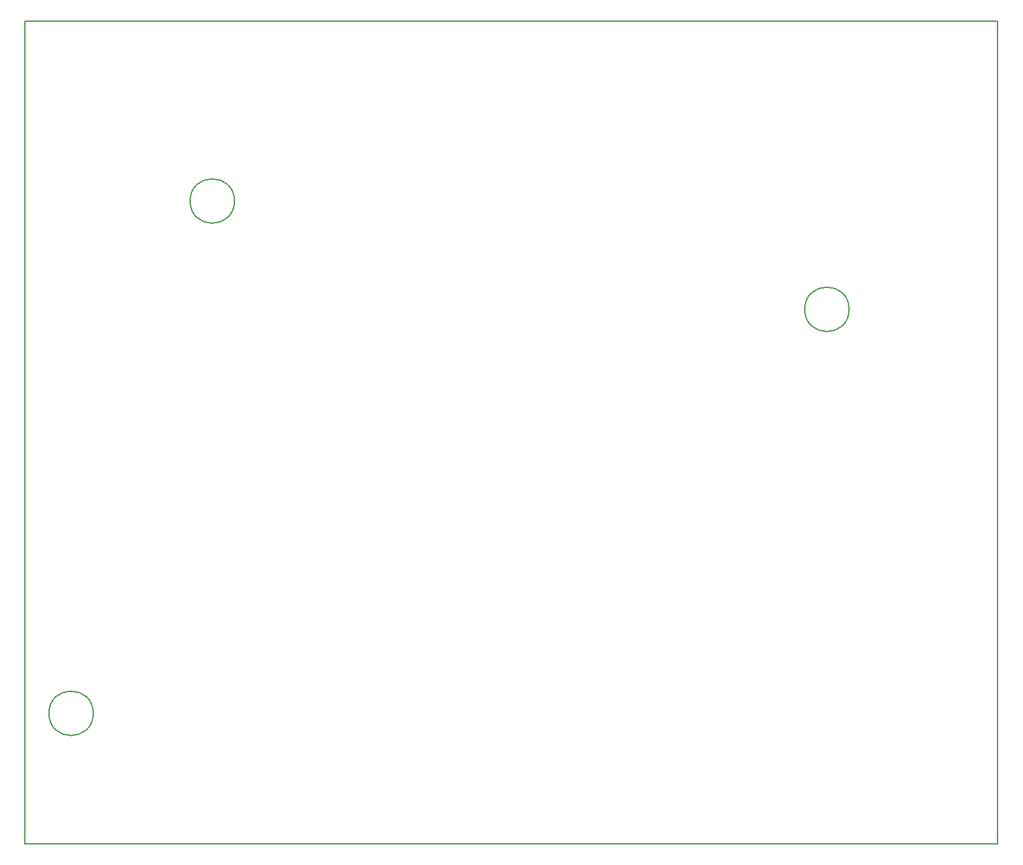
<source format=gbr>
%TF.GenerationSoftware,KiCad,Pcbnew,7.0.7*%
%TF.CreationDate,2024-05-23T09:45:08-07:00*%
%TF.ProjectId,Motor Programmer Rev. 2,4d6f746f-7220-4507-926f-6772616d6d65,rev?*%
%TF.SameCoordinates,Original*%
%TF.FileFunction,Profile,NP*%
%FSLAX46Y46*%
G04 Gerber Fmt 4.6, Leading zero omitted, Abs format (unit mm)*
G04 Created by KiCad (PCBNEW 7.0.7) date 2024-05-23 09:45:08*
%MOMM*%
%LPD*%
G01*
G04 APERTURE LIST*
%TA.AperFunction,Profile*%
%ADD10C,0.200000*%
%TD*%
G04 APERTURE END LIST*
D10*
X85291522Y-127000000D02*
G75*
G03*
X85291522Y-127000000I-3020761J0D01*
G01*
X104520761Y-57250000D02*
G75*
G03*
X104520761Y-57250000I-3020761J0D01*
G01*
X188250000Y-72000000D02*
G75*
G03*
X188250000Y-72000000I-3020761J0D01*
G01*
X76000000Y-32750000D02*
X208500000Y-32750000D01*
X208500000Y-144750000D01*
X76000000Y-144750000D01*
X76000000Y-32750000D01*
M02*

</source>
